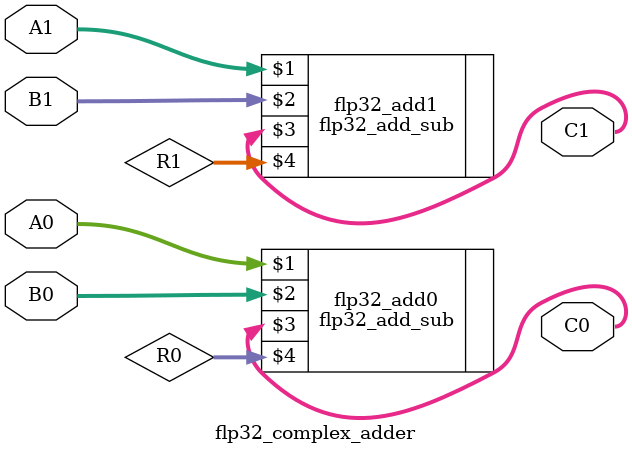
<source format=v>
`timescale 1ns / 1ps


module flp32_complex_adder(A0,A1,B0,B1,C0,C1);
    
    input [31:0] A0,A1,B0,B1;
    output [31:0] C0,C1;
    wire [31:0] R0,R1;
    
    flp32_add_sub flp32_add0(A0,B0,C0,R0);
    flp32_add_sub flp32_add1(A1,B1,C1,R1);       
    

endmodule

</source>
